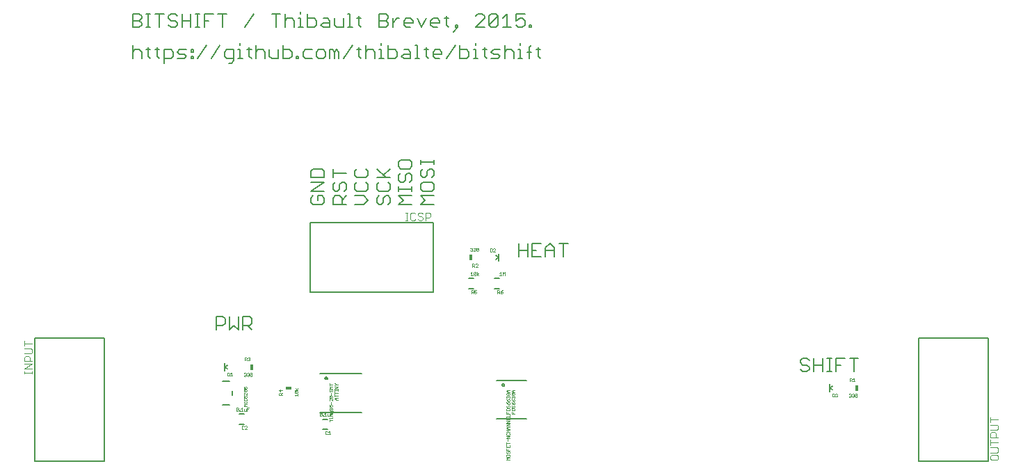
<source format=gto>
G75*
%MOIN*%
%OFA0B0*%
%FSLAX24Y24*%
%IPPOS*%
%LPD*%
%AMOC8*
5,1,8,0,0,1.08239X$1,22.5*
%
%ADD10C,0.0060*%
%ADD11C,0.0080*%
%ADD12C,0.0010*%
%ADD13R,0.0180X0.0300*%
%ADD14C,0.0050*%
%ADD15C,0.0030*%
%ADD16R,0.0300X0.0180*%
D10*
X014593Y018944D02*
X014830Y018944D01*
X014830Y019416D02*
X014593Y019416D01*
X014452Y019750D02*
X016461Y019750D01*
X016461Y021610D02*
X014452Y021610D01*
X011208Y023710D02*
X010994Y023924D01*
X011101Y023924D02*
X010781Y023924D01*
X010781Y023710D02*
X010781Y024351D01*
X011101Y024351D01*
X011208Y024244D01*
X011208Y024030D01*
X011101Y023924D01*
X010563Y023710D02*
X010563Y024351D01*
X010136Y024351D02*
X010136Y023710D01*
X010349Y023924D01*
X010563Y023710D01*
X009918Y024030D02*
X009812Y023924D01*
X009491Y023924D01*
X009491Y023710D02*
X009491Y024351D01*
X009812Y024351D01*
X009918Y024244D01*
X009918Y024030D01*
X010593Y019666D02*
X010830Y019666D01*
X010830Y019194D02*
X010593Y019194D01*
X021593Y025694D02*
X021830Y025694D01*
X021830Y026166D02*
X021593Y026166D01*
X022843Y026166D02*
X023080Y026166D01*
X023080Y025694D02*
X022843Y025694D01*
X023991Y027210D02*
X023991Y027851D01*
X023991Y027530D02*
X024418Y027530D01*
X024636Y027530D02*
X024849Y027530D01*
X024636Y027210D02*
X025063Y027210D01*
X025281Y027210D02*
X025281Y027637D01*
X025494Y027851D01*
X025708Y027637D01*
X025708Y027210D01*
X025708Y027530D02*
X025281Y027530D01*
X025063Y027851D02*
X024636Y027851D01*
X024636Y027210D01*
X024418Y027210D02*
X024418Y027851D01*
X025925Y027851D02*
X026352Y027851D01*
X026139Y027851D02*
X026139Y027210D01*
X019931Y029710D02*
X019291Y029710D01*
X019504Y029924D01*
X019291Y030137D01*
X019931Y030137D01*
X019825Y030355D02*
X019931Y030461D01*
X019931Y030675D01*
X019825Y030782D01*
X019398Y030782D01*
X019291Y030675D01*
X019291Y030461D01*
X019398Y030355D01*
X019825Y030355D01*
X019825Y030999D02*
X019931Y031106D01*
X019931Y031319D01*
X019825Y031426D01*
X019718Y031426D01*
X019611Y031319D01*
X019611Y031106D01*
X019504Y030999D01*
X019398Y030999D01*
X019291Y031106D01*
X019291Y031319D01*
X019398Y031426D01*
X019291Y031644D02*
X019291Y031857D01*
X019291Y031750D02*
X019931Y031750D01*
X019931Y031644D02*
X019931Y031857D01*
X018881Y031749D02*
X018775Y031856D01*
X018348Y031856D01*
X018241Y031749D01*
X018241Y031536D01*
X018348Y031429D01*
X018775Y031429D01*
X018881Y031536D01*
X018881Y031749D01*
X018775Y031211D02*
X018881Y031105D01*
X018881Y030891D01*
X018775Y030784D01*
X018561Y030891D02*
X018561Y031105D01*
X018668Y031211D01*
X018775Y031211D01*
X018561Y030891D02*
X018454Y030784D01*
X018348Y030784D01*
X018241Y030891D01*
X018241Y031105D01*
X018348Y031211D01*
X017831Y030999D02*
X017191Y030999D01*
X017298Y030782D02*
X017191Y030675D01*
X017191Y030461D01*
X017298Y030355D01*
X017725Y030355D01*
X017831Y030461D01*
X017831Y030675D01*
X017725Y030782D01*
X017618Y030999D02*
X017191Y031426D01*
X016781Y031319D02*
X016675Y031426D01*
X016781Y031319D02*
X016781Y031106D01*
X016675Y030999D01*
X016248Y030999D01*
X016141Y031106D01*
X016141Y031319D01*
X016248Y031426D01*
X015731Y031213D02*
X015091Y031213D01*
X015091Y031426D02*
X015091Y030999D01*
X015198Y030782D02*
X015091Y030675D01*
X015091Y030461D01*
X015198Y030355D01*
X015304Y030355D01*
X015411Y030461D01*
X015411Y030675D01*
X015518Y030782D01*
X015625Y030782D01*
X015731Y030675D01*
X015731Y030461D01*
X015625Y030355D01*
X015731Y030137D02*
X015518Y029924D01*
X015518Y030030D02*
X015518Y029710D01*
X015731Y029710D02*
X015091Y029710D01*
X015091Y030030D01*
X015198Y030137D01*
X015411Y030137D01*
X015518Y030030D01*
X014681Y030030D02*
X014575Y030137D01*
X014361Y030137D01*
X014361Y029924D01*
X014148Y030137D02*
X014041Y030030D01*
X014041Y029817D01*
X014148Y029710D01*
X014575Y029710D01*
X014681Y029817D01*
X014681Y030030D01*
X014681Y030355D02*
X014041Y030355D01*
X014681Y030782D01*
X014041Y030782D01*
X014041Y030999D02*
X014041Y031319D01*
X014148Y031426D01*
X014575Y031426D01*
X014681Y031319D01*
X014681Y030999D01*
X014041Y030999D01*
X016141Y030675D02*
X016141Y030461D01*
X016248Y030355D01*
X016675Y030355D01*
X016781Y030461D01*
X016781Y030675D01*
X016675Y030782D01*
X016248Y030782D02*
X016141Y030675D01*
X016141Y030137D02*
X016568Y030137D01*
X016781Y029924D01*
X016568Y029710D01*
X016141Y029710D01*
X017191Y029817D02*
X017298Y029710D01*
X017404Y029710D01*
X017511Y029817D01*
X017511Y030030D01*
X017618Y030137D01*
X017725Y030137D01*
X017831Y030030D01*
X017831Y029817D01*
X017725Y029710D01*
X018241Y029710D02*
X018454Y029924D01*
X018241Y030137D01*
X018881Y030137D01*
X018881Y030355D02*
X018881Y030568D01*
X018881Y030461D02*
X018241Y030461D01*
X018241Y030355D02*
X018241Y030568D01*
X018241Y029710D02*
X018881Y029710D01*
X017298Y030137D02*
X017191Y030030D01*
X017191Y029817D01*
X017511Y031106D02*
X017831Y031426D01*
X017738Y036710D02*
X018058Y036710D01*
X018165Y036817D01*
X018165Y037030D01*
X018058Y037137D01*
X017738Y037137D01*
X017738Y037351D02*
X017738Y036710D01*
X017522Y036710D02*
X017308Y036710D01*
X017415Y036710D02*
X017415Y037137D01*
X017308Y037137D01*
X017415Y037351D02*
X017415Y037457D01*
X016984Y037137D02*
X017091Y037030D01*
X017091Y036710D01*
X016664Y036710D02*
X016664Y037351D01*
X016770Y037137D02*
X016984Y037137D01*
X016770Y037137D02*
X016664Y037030D01*
X016447Y037137D02*
X016234Y037137D01*
X016341Y037244D02*
X016341Y036817D01*
X016447Y036710D01*
X016016Y037351D02*
X015589Y036710D01*
X015372Y036710D02*
X015372Y037030D01*
X015265Y037137D01*
X015158Y037030D01*
X015158Y036710D01*
X014945Y036710D02*
X014945Y037137D01*
X015052Y037137D01*
X015158Y037030D01*
X014727Y037030D02*
X014621Y037137D01*
X014407Y037137D01*
X014300Y037030D01*
X014300Y036817D01*
X014407Y036710D01*
X014621Y036710D01*
X014727Y036817D01*
X014727Y037030D01*
X014083Y037137D02*
X013762Y037137D01*
X013656Y037030D01*
X013656Y036817D01*
X013762Y036710D01*
X014083Y036710D01*
X013440Y036710D02*
X013440Y036817D01*
X013333Y036817D01*
X013333Y036710D01*
X013440Y036710D01*
X013116Y036817D02*
X013116Y037030D01*
X013009Y037137D01*
X012689Y037137D01*
X012689Y037351D02*
X012689Y036710D01*
X013009Y036710D01*
X013116Y036817D01*
X012471Y036710D02*
X012471Y037137D01*
X012044Y037137D02*
X012044Y036817D01*
X012151Y036710D01*
X012471Y036710D01*
X011827Y036710D02*
X011827Y037030D01*
X011720Y037137D01*
X011507Y037137D01*
X011400Y037030D01*
X011184Y037137D02*
X010970Y037137D01*
X011077Y037244D02*
X011077Y036817D01*
X011184Y036710D01*
X011400Y036710D02*
X011400Y037351D01*
X010647Y037351D02*
X010647Y037457D01*
X010647Y037137D02*
X010647Y036710D01*
X010540Y036710D02*
X010754Y036710D01*
X010323Y036710D02*
X010003Y036710D01*
X009896Y036817D01*
X009896Y037030D01*
X010003Y037137D01*
X010323Y037137D01*
X010323Y036603D01*
X010216Y036496D01*
X010109Y036496D01*
X010540Y037137D02*
X010647Y037137D01*
X009678Y037351D02*
X009251Y036710D01*
X008607Y036710D02*
X009034Y037351D01*
X008391Y037137D02*
X008391Y037030D01*
X008284Y037030D01*
X008284Y037137D01*
X008391Y037137D01*
X008391Y036817D02*
X008391Y036710D01*
X008284Y036710D01*
X008284Y036817D01*
X008391Y036817D01*
X008067Y036817D02*
X007960Y036924D01*
X007747Y036924D01*
X007640Y037030D01*
X007747Y037137D01*
X008067Y037137D01*
X008067Y036817D02*
X007960Y036710D01*
X007640Y036710D01*
X007422Y036817D02*
X007316Y036710D01*
X006995Y036710D01*
X006995Y036496D02*
X006995Y037137D01*
X007316Y037137D01*
X007422Y037030D01*
X007422Y036817D01*
X006779Y036710D02*
X006672Y036817D01*
X006672Y037244D01*
X006566Y037137D02*
X006779Y037137D01*
X006349Y037137D02*
X006136Y037137D01*
X006243Y037244D02*
X006243Y036817D01*
X006349Y036710D01*
X005918Y036710D02*
X005918Y037030D01*
X005812Y037137D01*
X005598Y037137D01*
X005491Y037030D01*
X005491Y036710D02*
X005491Y037351D01*
X005491Y038210D02*
X005812Y038210D01*
X005918Y038317D01*
X005918Y038424D01*
X005812Y038530D01*
X005491Y038530D01*
X005491Y038210D02*
X005491Y038851D01*
X005812Y038851D01*
X005918Y038744D01*
X005918Y038637D01*
X005812Y038530D01*
X006136Y038210D02*
X006349Y038210D01*
X006243Y038210D02*
X006243Y038851D01*
X006349Y038851D02*
X006136Y038851D01*
X006566Y038851D02*
X006993Y038851D01*
X006779Y038851D02*
X006779Y038210D01*
X007210Y038317D02*
X007317Y038210D01*
X007530Y038210D01*
X007637Y038317D01*
X007637Y038424D01*
X007530Y038530D01*
X007317Y038530D01*
X007210Y038637D01*
X007210Y038744D01*
X007317Y038851D01*
X007530Y038851D01*
X007637Y038744D01*
X007855Y038851D02*
X007855Y038210D01*
X007855Y038530D02*
X008282Y038530D01*
X008282Y038210D02*
X008282Y038851D01*
X008499Y038851D02*
X008713Y038851D01*
X008606Y038851D02*
X008606Y038210D01*
X008499Y038210D02*
X008713Y038210D01*
X008929Y038210D02*
X008929Y038851D01*
X009356Y038851D01*
X009574Y038851D02*
X010001Y038851D01*
X009787Y038851D02*
X009787Y038210D01*
X009143Y038530D02*
X008929Y038530D01*
X010863Y038210D02*
X011290Y038851D01*
X012152Y038851D02*
X012579Y038851D01*
X012365Y038851D02*
X012365Y038210D01*
X012796Y038210D02*
X012796Y038851D01*
X012903Y038637D02*
X013117Y038637D01*
X013223Y038530D01*
X013223Y038210D01*
X013441Y038210D02*
X013654Y038210D01*
X013548Y038210D02*
X013548Y038637D01*
X013441Y038637D01*
X013548Y038851D02*
X013548Y038957D01*
X013871Y038851D02*
X013871Y038210D01*
X014191Y038210D01*
X014298Y038317D01*
X014298Y038530D01*
X014191Y038637D01*
X013871Y038637D01*
X014515Y038317D02*
X014622Y038424D01*
X014942Y038424D01*
X014942Y038530D02*
X014942Y038210D01*
X014622Y038210D01*
X014515Y038317D01*
X014622Y038637D02*
X014835Y038637D01*
X014942Y038530D01*
X015160Y038637D02*
X015160Y038317D01*
X015266Y038210D01*
X015587Y038210D01*
X015587Y038637D01*
X015804Y038851D02*
X015911Y038851D01*
X015911Y038210D01*
X015804Y038210D02*
X016018Y038210D01*
X016341Y038317D02*
X016341Y038744D01*
X016447Y038637D02*
X016234Y038637D01*
X016341Y038317D02*
X016447Y038210D01*
X017308Y038210D02*
X017628Y038210D01*
X017735Y038317D01*
X017735Y038424D01*
X017628Y038530D01*
X017308Y038530D01*
X017308Y038210D02*
X017308Y038851D01*
X017628Y038851D01*
X017735Y038744D01*
X017735Y038637D01*
X017628Y038530D01*
X017953Y038424D02*
X018166Y038637D01*
X018273Y038637D01*
X018490Y038530D02*
X018490Y038317D01*
X018597Y038210D01*
X018810Y038210D01*
X018917Y038424D02*
X018490Y038424D01*
X018490Y038530D02*
X018597Y038637D01*
X018810Y038637D01*
X018917Y038530D01*
X018917Y038424D01*
X019134Y038637D02*
X019348Y038210D01*
X019561Y038637D01*
X019779Y038530D02*
X019886Y038637D01*
X020099Y038637D01*
X020206Y038530D01*
X020206Y038424D01*
X019779Y038424D01*
X019779Y038530D02*
X019779Y038317D01*
X019886Y038210D01*
X020099Y038210D01*
X020530Y038317D02*
X020530Y038744D01*
X020423Y038637D02*
X020637Y038637D01*
X020530Y038317D02*
X020637Y038210D01*
X020853Y037996D02*
X021067Y038210D01*
X020960Y038210D01*
X020960Y038317D01*
X021067Y038317D01*
X021067Y038210D01*
X021927Y038210D02*
X022354Y038637D01*
X022354Y038744D01*
X022248Y038851D01*
X022034Y038851D01*
X021927Y038744D01*
X021927Y038210D02*
X022354Y038210D01*
X022572Y038317D02*
X022999Y038744D01*
X022999Y038317D01*
X022892Y038210D01*
X022679Y038210D01*
X022572Y038317D01*
X022572Y038744D01*
X022679Y038851D01*
X022892Y038851D01*
X022999Y038744D01*
X023217Y038637D02*
X023430Y038851D01*
X023430Y038210D01*
X023217Y038210D02*
X023644Y038210D01*
X023861Y038317D02*
X023968Y038210D01*
X024181Y038210D01*
X024288Y038317D01*
X024288Y038530D01*
X024181Y038637D01*
X024075Y038637D01*
X023861Y038530D01*
X023861Y038851D01*
X024288Y038851D01*
X024506Y038317D02*
X024612Y038317D01*
X024612Y038210D01*
X024506Y038210D01*
X024506Y038317D01*
X024075Y037457D02*
X024075Y037351D01*
X024075Y037137D02*
X024075Y036710D01*
X023969Y036710D02*
X024182Y036710D01*
X024505Y036710D02*
X024505Y037244D01*
X024612Y037351D01*
X024828Y037137D02*
X025041Y037137D01*
X024935Y037244D02*
X024935Y036817D01*
X025041Y036710D01*
X024612Y037030D02*
X024398Y037030D01*
X024075Y037137D02*
X023969Y037137D01*
X023751Y037030D02*
X023751Y036710D01*
X023751Y037030D02*
X023644Y037137D01*
X023431Y037137D01*
X023324Y037030D01*
X023106Y037137D02*
X022786Y037137D01*
X022679Y037030D01*
X022786Y036924D01*
X023000Y036924D01*
X023106Y036817D01*
X023000Y036710D01*
X022679Y036710D01*
X022463Y036710D02*
X022356Y036817D01*
X022356Y037244D01*
X022250Y037137D02*
X022463Y037137D01*
X021927Y037137D02*
X021927Y036710D01*
X021820Y036710D02*
X022034Y036710D01*
X021927Y037137D02*
X021820Y037137D01*
X021927Y037351D02*
X021927Y037457D01*
X021602Y037030D02*
X021496Y037137D01*
X021175Y037137D01*
X021175Y037351D02*
X021175Y036710D01*
X021496Y036710D01*
X021602Y036817D01*
X021602Y037030D01*
X020958Y037351D02*
X020531Y036710D01*
X020313Y036924D02*
X019886Y036924D01*
X019886Y037030D02*
X019993Y037137D01*
X020207Y037137D01*
X020313Y037030D01*
X020313Y036924D01*
X020207Y036710D02*
X019993Y036710D01*
X019886Y036817D01*
X019886Y037030D01*
X019670Y037137D02*
X019457Y037137D01*
X019563Y037244D02*
X019563Y036817D01*
X019670Y036710D01*
X019240Y036710D02*
X019027Y036710D01*
X019134Y036710D02*
X019134Y037351D01*
X019027Y037351D01*
X018809Y037030D02*
X018809Y036710D01*
X018489Y036710D01*
X018382Y036817D01*
X018489Y036924D01*
X018809Y036924D01*
X018809Y037030D02*
X018703Y037137D01*
X018489Y037137D01*
X017953Y038210D02*
X017953Y038637D01*
X012903Y038637D02*
X012796Y038530D01*
X023324Y037351D02*
X023324Y036710D01*
X037598Y022351D02*
X037491Y022244D01*
X037491Y022137D01*
X037598Y022030D01*
X037812Y022030D01*
X037918Y021924D01*
X037918Y021817D01*
X037812Y021710D01*
X037598Y021710D01*
X037491Y021817D01*
X037918Y022244D02*
X037812Y022351D01*
X037598Y022351D01*
X038136Y022351D02*
X038136Y021710D01*
X038136Y022030D02*
X038563Y022030D01*
X038563Y021710D02*
X038563Y022351D01*
X038781Y022351D02*
X038994Y022351D01*
X038887Y022351D02*
X038887Y021710D01*
X038781Y021710D02*
X038994Y021710D01*
X039210Y021710D02*
X039210Y022351D01*
X039637Y022351D01*
X039855Y022351D02*
X040282Y022351D01*
X040068Y022351D02*
X040068Y021710D01*
X039424Y022030D02*
X039210Y022030D01*
X024356Y021295D02*
X022937Y021295D01*
X022937Y019435D02*
X024356Y019435D01*
D11*
X023199Y021075D02*
X023201Y021090D01*
X023207Y021103D01*
X023216Y021115D01*
X023227Y021124D01*
X023241Y021130D01*
X023256Y021132D01*
X023271Y021130D01*
X023284Y021124D01*
X023296Y021115D01*
X023305Y021104D01*
X023311Y021090D01*
X023313Y021075D01*
X023311Y021060D01*
X023305Y021047D01*
X023296Y021035D01*
X023285Y021026D01*
X023271Y021020D01*
X023256Y021018D01*
X023241Y021020D01*
X023228Y021026D01*
X023216Y021035D01*
X023207Y021046D01*
X023201Y021060D01*
X023199Y021075D01*
X023028Y026999D02*
X023028Y027180D01*
X022906Y027088D01*
X023028Y027180D02*
X023028Y027361D01*
X022906Y027266D02*
X023022Y027190D01*
X014714Y021390D02*
X014716Y021405D01*
X014722Y021418D01*
X014731Y021430D01*
X014742Y021439D01*
X014756Y021445D01*
X014771Y021447D01*
X014786Y021445D01*
X014799Y021439D01*
X014811Y021430D01*
X014820Y021419D01*
X014826Y021405D01*
X014828Y021390D01*
X014826Y021375D01*
X014820Y021362D01*
X014811Y021350D01*
X014800Y021341D01*
X014786Y021335D01*
X014771Y021333D01*
X014756Y021335D01*
X014743Y021341D01*
X014731Y021350D01*
X014722Y021361D01*
X014716Y021375D01*
X014714Y021390D01*
X010280Y020786D02*
X010280Y020574D01*
X010130Y020120D02*
X009792Y020120D01*
X009792Y021240D02*
X010130Y021240D01*
X009894Y021749D02*
X009894Y021930D01*
X010017Y022022D01*
X009894Y022111D02*
X009894Y021930D01*
X009901Y021920D02*
X010017Y021844D01*
X038894Y021111D02*
X038894Y020930D01*
X039017Y021022D01*
X038894Y020930D02*
X038894Y020749D01*
X039017Y020844D02*
X038901Y020920D01*
D12*
X039022Y020650D02*
X039097Y020650D01*
X039122Y020625D01*
X039122Y020525D01*
X039097Y020500D01*
X039022Y020500D01*
X039022Y020650D01*
X039169Y020625D02*
X039194Y020650D01*
X039244Y020650D01*
X039269Y020625D01*
X039269Y020600D01*
X039244Y020575D01*
X039269Y020550D01*
X039269Y020525D01*
X039244Y020500D01*
X039194Y020500D01*
X039169Y020525D01*
X039219Y020575D02*
X039244Y020575D01*
X039816Y020610D02*
X039841Y020635D01*
X039891Y020635D01*
X039917Y020610D01*
X039917Y020585D01*
X039891Y020560D01*
X039917Y020535D01*
X039917Y020510D01*
X039891Y020485D01*
X039841Y020485D01*
X039816Y020510D01*
X039866Y020560D02*
X039891Y020560D01*
X039964Y020510D02*
X039989Y020485D01*
X040039Y020485D01*
X040064Y020510D01*
X040064Y020535D01*
X040039Y020560D01*
X040014Y020560D01*
X040039Y020560D02*
X040064Y020585D01*
X040064Y020610D01*
X040039Y020635D01*
X039989Y020635D01*
X039964Y020610D01*
X040111Y020610D02*
X040136Y020635D01*
X040186Y020635D01*
X040211Y020610D01*
X040111Y020510D01*
X040136Y020485D01*
X040186Y020485D01*
X040211Y020510D01*
X040211Y020610D01*
X040111Y020610D02*
X040111Y020510D01*
X040114Y021235D02*
X040014Y021235D01*
X039967Y021235D02*
X039916Y021285D01*
X039941Y021285D02*
X039866Y021285D01*
X039866Y021235D02*
X039866Y021385D01*
X039941Y021385D01*
X039967Y021360D01*
X039967Y021310D01*
X039941Y021285D01*
X040014Y021335D02*
X040064Y021385D01*
X040064Y021235D01*
X023801Y020823D02*
X023701Y020823D01*
X023651Y020773D01*
X023701Y020723D01*
X023801Y020723D01*
X023776Y020675D02*
X023801Y020650D01*
X023801Y020600D01*
X023776Y020575D01*
X023676Y020675D01*
X023776Y020675D01*
X023726Y020723D02*
X023726Y020823D01*
X023676Y020675D02*
X023651Y020650D01*
X023651Y020600D01*
X023676Y020575D01*
X023776Y020575D01*
X023776Y020528D02*
X023801Y020503D01*
X023801Y020453D01*
X023776Y020428D01*
X023776Y020381D02*
X023751Y020381D01*
X023726Y020356D01*
X023726Y020281D01*
X023776Y020281D01*
X023801Y020306D01*
X023801Y020356D01*
X023776Y020381D01*
X023726Y020478D02*
X023726Y020503D01*
X023751Y020528D01*
X023776Y020528D01*
X023726Y020503D02*
X023701Y020528D01*
X023676Y020528D01*
X023651Y020503D01*
X023651Y020453D01*
X023676Y020428D01*
X023651Y020381D02*
X023676Y020331D01*
X023726Y020281D01*
X023751Y020233D02*
X023726Y020208D01*
X023726Y020133D01*
X023776Y020133D01*
X023801Y020158D01*
X023801Y020208D01*
X023776Y020233D01*
X023751Y020233D01*
X023676Y020183D02*
X023726Y020133D01*
X023751Y020086D02*
X023776Y020086D01*
X023801Y020061D01*
X023801Y020011D01*
X023776Y019986D01*
X023776Y019939D02*
X023676Y019939D01*
X023651Y019914D01*
X023651Y019839D01*
X023801Y019839D01*
X023801Y019914D01*
X023776Y019939D01*
X023726Y020011D02*
X023726Y020061D01*
X023751Y020086D01*
X023676Y020086D02*
X023651Y020061D01*
X023651Y020011D01*
X023676Y019986D01*
X023701Y019986D01*
X023726Y020011D01*
X023551Y020011D02*
X023526Y019986D01*
X023551Y020011D02*
X023551Y020061D01*
X023526Y020086D01*
X023501Y020086D01*
X023476Y020061D01*
X023476Y020011D01*
X023451Y019986D01*
X023426Y019986D01*
X023401Y020011D01*
X023401Y020061D01*
X023426Y020086D01*
X023476Y020133D02*
X023476Y020208D01*
X023501Y020233D01*
X023526Y020233D01*
X023551Y020208D01*
X023551Y020158D01*
X023526Y020133D01*
X023476Y020133D01*
X023426Y020183D01*
X023401Y020233D01*
X023476Y020281D02*
X023476Y020356D01*
X023501Y020381D01*
X023526Y020381D01*
X023551Y020356D01*
X023551Y020306D01*
X023526Y020281D01*
X023476Y020281D01*
X023426Y020331D01*
X023401Y020381D01*
X023426Y020428D02*
X023401Y020453D01*
X023401Y020503D01*
X023426Y020528D01*
X023451Y020528D01*
X023476Y020503D01*
X023501Y020528D01*
X023526Y020528D01*
X023551Y020503D01*
X023551Y020453D01*
X023526Y020428D01*
X023476Y020478D02*
X023476Y020503D01*
X023426Y020575D02*
X023401Y020600D01*
X023401Y020650D01*
X023426Y020675D01*
X023526Y020575D01*
X023551Y020600D01*
X023551Y020650D01*
X023526Y020675D01*
X023426Y020675D01*
X023451Y020723D02*
X023401Y020773D01*
X023451Y020823D01*
X023551Y020823D01*
X023476Y020823D02*
X023476Y020723D01*
X023451Y020723D02*
X023551Y020723D01*
X023526Y020575D02*
X023426Y020575D01*
X023651Y020233D02*
X023676Y020183D01*
X023526Y019939D02*
X023426Y019939D01*
X023401Y019914D01*
X023401Y019839D01*
X023551Y019839D01*
X023551Y019914D01*
X023526Y019939D01*
X023401Y019792D02*
X023401Y019691D01*
X023551Y019691D01*
X023551Y019644D02*
X023551Y019544D01*
X023401Y019544D01*
X023401Y019497D02*
X023401Y019397D01*
X023551Y019397D01*
X023551Y019497D01*
X023476Y019447D02*
X023476Y019397D01*
X023551Y019350D02*
X023401Y019350D01*
X023401Y019249D02*
X023551Y019350D01*
X023551Y019249D02*
X023401Y019249D01*
X023401Y019202D02*
X023551Y019202D01*
X023401Y019102D01*
X023551Y019102D01*
X023551Y019055D02*
X023451Y019055D01*
X023401Y019005D01*
X023451Y018955D01*
X023551Y018955D01*
X023551Y018908D02*
X023401Y018908D01*
X023476Y018908D02*
X023476Y018807D01*
X023426Y018760D02*
X023401Y018735D01*
X023401Y018685D01*
X023426Y018660D01*
X023526Y018660D01*
X023551Y018685D01*
X023551Y018735D01*
X023526Y018760D01*
X023551Y018807D02*
X023401Y018807D01*
X023476Y018955D02*
X023476Y019055D01*
X023551Y018613D02*
X023401Y018613D01*
X023401Y018513D02*
X023551Y018613D01*
X023551Y018513D02*
X023401Y018513D01*
X023476Y018466D02*
X023476Y018365D01*
X023401Y018318D02*
X023401Y018218D01*
X023401Y018171D02*
X023401Y018071D01*
X023551Y018071D01*
X023551Y018171D01*
X023476Y018121D02*
X023476Y018071D01*
X023401Y018024D02*
X023401Y017924D01*
X023551Y017924D01*
X023526Y017876D02*
X023551Y017851D01*
X023551Y017801D01*
X023526Y017776D01*
X023526Y017729D02*
X023426Y017729D01*
X023401Y017704D01*
X023401Y017654D01*
X023426Y017629D01*
X023526Y017629D01*
X023551Y017654D01*
X023551Y017704D01*
X023526Y017729D01*
X023476Y017801D02*
X023451Y017776D01*
X023426Y017776D01*
X023401Y017801D01*
X023401Y017851D01*
X023426Y017876D01*
X023476Y017851D02*
X023501Y017876D01*
X023526Y017876D01*
X023476Y017851D02*
X023476Y017801D01*
X023476Y017924D02*
X023476Y017974D01*
X023551Y018268D02*
X023401Y018268D01*
X023401Y017582D02*
X023551Y017582D01*
X023551Y017482D02*
X023401Y017482D01*
X023451Y017532D01*
X023401Y017582D01*
X023476Y019691D02*
X023476Y019741D01*
X023651Y019691D02*
X023651Y019792D01*
X023726Y019741D02*
X023726Y019691D01*
X023801Y019691D02*
X023651Y019691D01*
X023194Y025450D02*
X023144Y025450D01*
X023119Y025475D01*
X023119Y025525D01*
X023194Y025525D01*
X023219Y025500D01*
X023219Y025475D01*
X023194Y025450D01*
X023119Y025525D02*
X023169Y025575D01*
X023219Y025600D01*
X023072Y025575D02*
X023072Y025525D01*
X023047Y025500D01*
X022972Y025500D01*
X023022Y025500D02*
X023072Y025450D01*
X022972Y025450D02*
X022972Y025600D01*
X023047Y025600D01*
X023072Y025575D01*
X023072Y026325D02*
X023172Y026325D01*
X023219Y026325D02*
X023219Y026475D01*
X023269Y026425D01*
X023319Y026475D01*
X023319Y026325D01*
X023122Y026325D02*
X023122Y026475D01*
X023072Y026425D01*
X022069Y026425D02*
X021994Y026375D01*
X022069Y026325D01*
X021994Y026325D02*
X021994Y026475D01*
X021946Y026450D02*
X021921Y026475D01*
X021871Y026475D01*
X021846Y026450D01*
X021846Y026350D01*
X021946Y026450D01*
X021946Y026350D01*
X021921Y026325D01*
X021871Y026325D01*
X021846Y026350D01*
X021799Y026325D02*
X021699Y026325D01*
X021749Y026325D02*
X021749Y026475D01*
X021699Y026425D01*
X021772Y026725D02*
X021772Y026875D01*
X021847Y026875D01*
X021872Y026850D01*
X021872Y026800D01*
X021847Y026775D01*
X021772Y026775D01*
X021822Y026775D02*
X021872Y026725D01*
X021919Y026725D02*
X022019Y026825D01*
X022019Y026850D01*
X021994Y026875D01*
X021944Y026875D01*
X021919Y026850D01*
X021919Y026725D02*
X022019Y026725D01*
X021994Y027475D02*
X021969Y027500D01*
X022069Y027600D01*
X022069Y027500D01*
X022044Y027475D01*
X021994Y027475D01*
X021969Y027500D02*
X021969Y027600D01*
X021994Y027625D01*
X022044Y027625D01*
X022069Y027600D01*
X021922Y027600D02*
X021922Y027575D01*
X021897Y027550D01*
X021922Y027525D01*
X021922Y027500D01*
X021897Y027475D01*
X021847Y027475D01*
X021822Y027500D01*
X021775Y027500D02*
X021750Y027475D01*
X021699Y027475D01*
X021674Y027500D01*
X021724Y027550D02*
X021750Y027550D01*
X021775Y027525D01*
X021775Y027500D01*
X021750Y027550D02*
X021775Y027575D01*
X021775Y027600D01*
X021750Y027625D01*
X021699Y027625D01*
X021674Y027600D01*
X021822Y027600D02*
X021847Y027625D01*
X021897Y027625D01*
X021922Y027600D01*
X021897Y027550D02*
X021872Y027550D01*
X022616Y027610D02*
X022691Y027610D01*
X022717Y027585D01*
X022717Y027485D01*
X022691Y027460D01*
X022616Y027460D01*
X022616Y027610D01*
X022764Y027585D02*
X022789Y027610D01*
X022839Y027610D01*
X022864Y027585D01*
X022864Y027560D01*
X022764Y027460D01*
X022864Y027460D01*
X021969Y025600D02*
X021869Y025600D01*
X021869Y025525D01*
X021919Y025550D01*
X021944Y025550D01*
X021969Y025525D01*
X021969Y025475D01*
X021944Y025450D01*
X021894Y025450D01*
X021869Y025475D01*
X021822Y025450D02*
X021772Y025500D01*
X021797Y025500D02*
X021722Y025500D01*
X021722Y025450D02*
X021722Y025600D01*
X021797Y025600D01*
X021822Y025575D01*
X021822Y025525D01*
X021797Y025500D01*
X015316Y021088D02*
X015241Y021088D01*
X015191Y021138D01*
X015166Y021138D01*
X015241Y021088D02*
X015191Y021038D01*
X015166Y021038D01*
X015166Y020990D02*
X015316Y020990D01*
X015166Y020890D01*
X015316Y020890D01*
X015316Y020842D02*
X015316Y020792D01*
X015316Y020817D02*
X015166Y020817D01*
X015166Y020792D02*
X015166Y020842D01*
X015166Y020745D02*
X015166Y020645D01*
X015166Y020598D02*
X015166Y020497D01*
X015166Y020548D02*
X015316Y020548D01*
X015316Y020450D02*
X015216Y020450D01*
X015166Y020400D01*
X015216Y020350D01*
X015316Y020350D01*
X015241Y020350D02*
X015241Y020450D01*
X015066Y020473D02*
X015041Y020448D01*
X014941Y020548D01*
X015041Y020548D01*
X015066Y020523D01*
X015066Y020473D01*
X015041Y020448D02*
X014941Y020448D01*
X014916Y020473D01*
X014916Y020523D01*
X014941Y020548D01*
X014991Y020596D02*
X014991Y020696D01*
X014966Y020743D02*
X014991Y020768D01*
X014991Y020818D01*
X015016Y020843D01*
X015041Y020843D01*
X015066Y020818D01*
X015066Y020768D01*
X015041Y020743D01*
X014966Y020743D02*
X014941Y020743D01*
X014916Y020768D01*
X014916Y020818D01*
X014941Y020843D01*
X014916Y020890D02*
X014966Y020940D01*
X014916Y020990D01*
X015066Y020990D01*
X015066Y021088D02*
X014916Y021088D01*
X014916Y021038D02*
X014916Y021138D01*
X014916Y020890D02*
X015066Y020890D01*
X015166Y020695D02*
X015316Y020695D01*
X015066Y020401D02*
X015066Y020301D01*
X014966Y020401D01*
X014941Y020401D01*
X014916Y020376D01*
X014916Y020326D01*
X014941Y020301D01*
X014991Y020254D02*
X014991Y020154D01*
X014991Y020106D02*
X015041Y020106D01*
X015066Y020081D01*
X015066Y020031D01*
X015041Y020006D01*
X015041Y019959D02*
X015066Y019934D01*
X015066Y019884D01*
X015041Y019859D01*
X015016Y019859D01*
X014991Y019884D01*
X014991Y019934D01*
X015016Y019959D01*
X015041Y019959D01*
X014991Y019934D02*
X014966Y019959D01*
X014941Y019959D01*
X014916Y019934D01*
X014916Y019884D01*
X014941Y019859D01*
X014966Y019859D01*
X014991Y019884D01*
X014966Y019812D02*
X015091Y019812D01*
X015116Y019787D01*
X015116Y019762D01*
X015066Y019737D02*
X015066Y019812D01*
X015066Y019737D02*
X015041Y019712D01*
X014966Y019712D01*
X014969Y019725D02*
X015069Y019725D01*
X015066Y019664D02*
X014991Y019664D01*
X014966Y019639D01*
X014966Y019564D01*
X015066Y019564D01*
X015066Y019516D02*
X015066Y019466D01*
X015066Y019491D02*
X014966Y019491D01*
X014966Y019466D01*
X014916Y019491D02*
X014891Y019491D01*
X014916Y019419D02*
X014916Y019319D01*
X014916Y019369D02*
X015066Y019369D01*
X014969Y019575D02*
X014969Y019725D01*
X014922Y019675D02*
X014922Y019575D01*
X014847Y019575D01*
X014822Y019600D01*
X014822Y019675D01*
X014724Y019725D02*
X014724Y019575D01*
X014674Y019575D02*
X014775Y019575D01*
X014674Y019675D02*
X014724Y019725D01*
X014626Y019600D02*
X014626Y019575D01*
X014601Y019575D01*
X014601Y019600D01*
X014626Y019600D01*
X014554Y019600D02*
X014529Y019575D01*
X014478Y019575D01*
X014453Y019600D01*
X014554Y019700D01*
X014554Y019600D01*
X014554Y019700D02*
X014529Y019725D01*
X014478Y019725D01*
X014453Y019700D01*
X014453Y019600D01*
X014969Y019650D02*
X015019Y019650D01*
X014991Y020006D02*
X014966Y020056D01*
X014966Y020081D01*
X014991Y020106D01*
X014916Y020106D02*
X014916Y020006D01*
X014991Y020006D01*
X014919Y018850D02*
X014919Y018700D01*
X014869Y018700D02*
X014969Y018700D01*
X014869Y018800D02*
X014919Y018850D01*
X014822Y018825D02*
X014797Y018850D01*
X014747Y018850D01*
X014722Y018825D01*
X014722Y018725D01*
X014747Y018700D01*
X014797Y018700D01*
X014822Y018725D01*
X013406Y020535D02*
X013406Y020635D01*
X013406Y020585D02*
X013256Y020585D01*
X013306Y020535D01*
X013281Y020682D02*
X013256Y020707D01*
X013256Y020757D01*
X013281Y020782D01*
X013381Y020682D01*
X013406Y020707D01*
X013406Y020757D01*
X013381Y020782D01*
X013281Y020782D01*
X013256Y020830D02*
X013406Y020830D01*
X013356Y020830D02*
X013306Y020905D01*
X013356Y020830D02*
X013406Y020905D01*
X013381Y020682D02*
X013281Y020682D01*
X012656Y020685D02*
X012606Y020635D01*
X012606Y020660D02*
X012606Y020585D01*
X012656Y020585D02*
X012506Y020585D01*
X012506Y020660D01*
X012531Y020685D01*
X012581Y020685D01*
X012606Y020660D01*
X012581Y020732D02*
X012581Y020832D01*
X012506Y020807D02*
X012581Y020732D01*
X012656Y020807D02*
X012506Y020807D01*
X011211Y021510D02*
X011186Y021485D01*
X011136Y021485D01*
X011111Y021510D01*
X011211Y021610D01*
X011211Y021510D01*
X011111Y021510D02*
X011111Y021610D01*
X011136Y021635D01*
X011186Y021635D01*
X011211Y021610D01*
X011064Y021610D02*
X011064Y021585D01*
X011039Y021560D01*
X011064Y021535D01*
X011064Y021510D01*
X011039Y021485D01*
X010989Y021485D01*
X010964Y021510D01*
X010917Y021510D02*
X010891Y021485D01*
X010841Y021485D01*
X010816Y021510D01*
X010866Y021560D02*
X010891Y021560D01*
X010917Y021535D01*
X010917Y021510D01*
X010891Y021560D02*
X010917Y021585D01*
X010917Y021610D01*
X010891Y021635D01*
X010841Y021635D01*
X010816Y021610D01*
X010964Y021610D02*
X010989Y021635D01*
X011039Y021635D01*
X011064Y021610D01*
X011039Y021560D02*
X011014Y021560D01*
X011039Y022235D02*
X011014Y022260D01*
X011039Y022235D02*
X011089Y022235D01*
X011114Y022260D01*
X011114Y022285D01*
X011089Y022310D01*
X011064Y022310D01*
X011089Y022310D02*
X011114Y022335D01*
X011114Y022360D01*
X011089Y022385D01*
X011039Y022385D01*
X011014Y022360D01*
X010967Y022360D02*
X010967Y022310D01*
X010941Y022285D01*
X010866Y022285D01*
X010866Y022235D02*
X010866Y022385D01*
X010941Y022385D01*
X010967Y022360D01*
X010916Y022285D02*
X010967Y022235D01*
X010219Y021650D02*
X010219Y021500D01*
X010169Y021500D02*
X010269Y021500D01*
X010169Y021600D02*
X010219Y021650D01*
X010122Y021625D02*
X010097Y021650D01*
X010022Y021650D01*
X010022Y021500D01*
X010097Y021500D01*
X010122Y021525D01*
X010122Y021625D01*
X010816Y020988D02*
X010816Y020888D01*
X010891Y020888D01*
X010866Y020938D01*
X010866Y020963D01*
X010891Y020988D01*
X010941Y020988D01*
X010966Y020963D01*
X010966Y020913D01*
X010941Y020888D01*
X010941Y020840D02*
X010966Y020815D01*
X010966Y020765D01*
X010941Y020740D01*
X010841Y020840D01*
X010941Y020840D01*
X010941Y020740D02*
X010841Y020740D01*
X010816Y020765D01*
X010816Y020815D01*
X010841Y020840D01*
X010841Y020693D02*
X010816Y020668D01*
X010816Y020618D01*
X010841Y020593D01*
X010816Y020546D02*
X010816Y020446D01*
X010891Y020446D01*
X010866Y020496D01*
X010866Y020521D01*
X010891Y020546D01*
X010941Y020546D01*
X010966Y020521D01*
X010966Y020471D01*
X010941Y020446D01*
X010941Y020398D02*
X010966Y020373D01*
X010966Y020323D01*
X010941Y020298D01*
X010841Y020298D01*
X010816Y020323D01*
X010816Y020373D01*
X010841Y020398D01*
X010816Y020250D02*
X010816Y020200D01*
X010816Y020225D02*
X010966Y020225D01*
X010966Y020200D02*
X010966Y020250D01*
X010966Y020153D02*
X010816Y020153D01*
X010866Y020103D01*
X010816Y020053D01*
X010966Y020053D01*
X010969Y019975D02*
X011069Y019975D01*
X011019Y019900D02*
X010969Y019900D01*
X010922Y019925D02*
X010922Y019825D01*
X010847Y019825D01*
X010822Y019850D01*
X010822Y019925D01*
X010724Y019975D02*
X010724Y019825D01*
X010674Y019825D02*
X010775Y019825D01*
X010674Y019925D02*
X010724Y019975D01*
X010626Y019850D02*
X010626Y019825D01*
X010601Y019825D01*
X010601Y019850D01*
X010626Y019850D01*
X010554Y019850D02*
X010529Y019825D01*
X010478Y019825D01*
X010453Y019850D01*
X010554Y019950D01*
X010554Y019850D01*
X010554Y019950D02*
X010529Y019975D01*
X010478Y019975D01*
X010453Y019950D01*
X010453Y019850D01*
X010969Y019825D02*
X010969Y019975D01*
X010966Y020593D02*
X010866Y020693D01*
X010841Y020693D01*
X010966Y020693D02*
X010966Y020593D01*
X010944Y019100D02*
X010894Y019100D01*
X010869Y019075D01*
X010822Y019075D02*
X010797Y019100D01*
X010747Y019100D01*
X010722Y019075D01*
X010722Y018975D01*
X010747Y018950D01*
X010797Y018950D01*
X010822Y018975D01*
X010869Y018950D02*
X010969Y019050D01*
X010969Y019075D01*
X010944Y019100D01*
X010969Y018950D02*
X010869Y018950D01*
D13*
X011211Y021930D03*
X021711Y027180D03*
X040211Y020930D03*
D14*
X000792Y023318D02*
X000792Y017412D01*
X004139Y017412D01*
X004139Y023318D01*
X000792Y023318D01*
X014009Y025503D02*
X014009Y028849D01*
X019914Y028849D01*
X019914Y025503D01*
X014009Y025503D01*
X043154Y023318D02*
X043154Y017412D01*
X046501Y017412D01*
X046501Y023318D01*
X043154Y023318D01*
D15*
X046614Y019522D02*
X046614Y019279D01*
X046614Y019159D02*
X046917Y019159D01*
X046978Y019099D01*
X046978Y018977D01*
X046917Y018917D01*
X046614Y018917D01*
X046675Y018797D02*
X046796Y018797D01*
X046857Y018736D01*
X046857Y018554D01*
X046978Y018554D02*
X046614Y018554D01*
X046614Y018736D01*
X046675Y018797D01*
X046614Y018434D02*
X046614Y018192D01*
X046614Y018072D02*
X046917Y018072D01*
X046978Y018011D01*
X046978Y017890D01*
X046917Y017829D01*
X046614Y017829D01*
X046675Y017709D02*
X046614Y017649D01*
X046614Y017527D01*
X046675Y017467D01*
X046917Y017467D01*
X046978Y017527D01*
X046978Y017649D01*
X046917Y017709D01*
X046675Y017709D01*
X046614Y018313D02*
X046978Y018313D01*
X046978Y019401D02*
X046614Y019401D01*
X019770Y029145D02*
X019709Y029084D01*
X019527Y029084D01*
X019407Y029084D02*
X019407Y029023D01*
X019347Y028963D01*
X019225Y028963D01*
X019165Y029023D01*
X019045Y029023D02*
X018984Y028963D01*
X018863Y028963D01*
X018802Y029023D01*
X018802Y029266D01*
X018863Y029327D01*
X018984Y029327D01*
X019045Y029266D01*
X019165Y029266D02*
X019165Y029205D01*
X019225Y029145D01*
X019347Y029145D01*
X019407Y029084D01*
X019527Y028963D02*
X019527Y029327D01*
X019709Y029327D01*
X019770Y029266D01*
X019770Y029145D01*
X019407Y029266D02*
X019347Y029327D01*
X019225Y029327D01*
X019165Y029266D01*
X018682Y029327D02*
X018561Y029327D01*
X018621Y029327D02*
X018621Y028963D01*
X018561Y028963D02*
X018682Y028963D01*
X000679Y023052D02*
X000315Y023052D01*
X000315Y022931D02*
X000315Y023174D01*
X000315Y022811D02*
X000618Y022811D01*
X000679Y022750D01*
X000679Y022629D01*
X000618Y022568D01*
X000315Y022568D01*
X000375Y022449D02*
X000497Y022449D01*
X000557Y022388D01*
X000557Y022206D01*
X000679Y022206D02*
X000315Y022206D01*
X000315Y022388D01*
X000375Y022449D01*
X000315Y022086D02*
X000679Y022086D01*
X000315Y021843D01*
X000679Y021843D01*
X000679Y021723D02*
X000679Y021602D01*
X000679Y021662D02*
X000315Y021662D01*
X000315Y021602D02*
X000315Y021723D01*
D16*
X012961Y020930D03*
M02*

</source>
